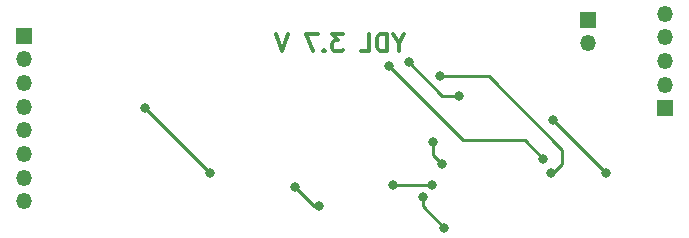
<source format=gbr>
G04 #@! TF.GenerationSoftware,KiCad,Pcbnew,5.1.5+dfsg1-2build2*
G04 #@! TF.CreationDate,2020-09-26T20:23:03-04:00*
G04 #@! TF.ProjectId,ece477,65636534-3737-42e6-9b69-6361645f7063,rev?*
G04 #@! TF.SameCoordinates,Original*
G04 #@! TF.FileFunction,Copper,L2,Bot*
G04 #@! TF.FilePolarity,Positive*
%FSLAX46Y46*%
G04 Gerber Fmt 4.6, Leading zero omitted, Abs format (unit mm)*
G04 Created by KiCad (PCBNEW 5.1.5+dfsg1-2build2) date 2020-09-26 20:23:03*
%MOMM*%
%LPD*%
G04 APERTURE LIST*
%ADD10C,0.300000*%
%ADD11R,1.350000X1.350000*%
%ADD12O,1.350000X1.350000*%
%ADD13C,0.800000*%
%ADD14C,0.250000*%
G04 APERTURE END LIST*
D10*
X122928571Y-109964285D02*
X122928571Y-110678571D01*
X123428571Y-109178571D02*
X122928571Y-109964285D01*
X122428571Y-109178571D01*
X121928571Y-110678571D02*
X121928571Y-109178571D01*
X121571428Y-109178571D01*
X121357142Y-109250000D01*
X121214285Y-109392857D01*
X121142857Y-109535714D01*
X121071428Y-109821428D01*
X121071428Y-110035714D01*
X121142857Y-110321428D01*
X121214285Y-110464285D01*
X121357142Y-110607142D01*
X121571428Y-110678571D01*
X121928571Y-110678571D01*
X119714285Y-110678571D02*
X120428571Y-110678571D01*
X120428571Y-109178571D01*
X118214285Y-109178571D02*
X117285714Y-109178571D01*
X117785714Y-109750000D01*
X117571428Y-109750000D01*
X117428571Y-109821428D01*
X117357142Y-109892857D01*
X117285714Y-110035714D01*
X117285714Y-110392857D01*
X117357142Y-110535714D01*
X117428571Y-110607142D01*
X117571428Y-110678571D01*
X118000000Y-110678571D01*
X118142857Y-110607142D01*
X118214285Y-110535714D01*
X116642857Y-110535714D02*
X116571428Y-110607142D01*
X116642857Y-110678571D01*
X116714285Y-110607142D01*
X116642857Y-110535714D01*
X116642857Y-110678571D01*
X116071428Y-109178571D02*
X115071428Y-109178571D01*
X115714285Y-110678571D01*
X113571428Y-109178571D02*
X113071428Y-110678571D01*
X112571428Y-109178571D01*
D11*
X145500000Y-115500000D03*
D12*
X145500000Y-113500000D03*
X145500000Y-111500000D03*
X145500000Y-109500000D03*
X145500000Y-107500000D03*
X139000000Y-110000000D03*
D11*
X139000000Y-108000000D03*
X91250000Y-109360000D03*
D12*
X91250000Y-111360000D03*
X91250000Y-113360000D03*
X91250000Y-115360000D03*
X91250000Y-117360000D03*
X91250000Y-119360000D03*
X91250000Y-121360000D03*
X91250000Y-123360000D03*
D13*
X101500000Y-115500000D03*
X107000000Y-121000000D03*
X136000000Y-116500000D03*
X140500000Y-121000000D03*
X122500000Y-122000000D03*
X125800000Y-122000000D03*
X114200000Y-122200000D03*
X116200000Y-123800000D03*
X125000000Y-123000000D03*
X126800000Y-125600000D03*
X128080000Y-114440000D03*
X125860000Y-118390000D03*
X126600000Y-120200000D03*
X123800000Y-111600000D03*
X122100000Y-111900000D03*
X135200000Y-119800000D03*
X126400000Y-112800000D03*
X135800000Y-121000000D03*
D14*
X101500000Y-115500000D02*
X107000000Y-121000000D01*
X107000000Y-121000000D02*
X107000000Y-121000000D01*
X136000000Y-116500000D02*
X140500000Y-121000000D01*
X140500000Y-121000000D02*
X140500000Y-121000000D01*
X122500000Y-122000000D02*
X125800000Y-122000000D01*
X125800000Y-122000000D02*
X125800000Y-122000000D01*
X114200000Y-122200000D02*
X115800000Y-123800000D01*
X115800000Y-123800000D02*
X116200000Y-123800000D01*
X116200000Y-123800000D02*
X116200000Y-123800000D01*
X125000000Y-123000000D02*
X125000000Y-123800000D01*
X125000000Y-123800000D02*
X126800000Y-125600000D01*
X126800000Y-125600000D02*
X126800000Y-125600000D01*
X128080000Y-114440000D02*
X128080000Y-114440000D01*
X125860000Y-118390000D02*
X125860000Y-118955685D01*
X125860000Y-118955685D02*
X125860000Y-119460000D01*
X125860000Y-119460000D02*
X126600000Y-120200000D01*
X126600000Y-120200000D02*
X126600000Y-120200000D01*
X126640000Y-114440000D02*
X128080000Y-114440000D01*
X123800000Y-111600000D02*
X126640000Y-114440000D01*
X122100000Y-111900000D02*
X128400000Y-118200000D01*
X128400000Y-118200000D02*
X131800000Y-118200000D01*
X131800000Y-118200000D02*
X133600000Y-118200000D01*
X133600000Y-118200000D02*
X135200000Y-119800000D01*
X135200000Y-119800000D02*
X135200000Y-119800000D01*
X136800000Y-120200000D02*
X136200000Y-120800000D01*
X136800000Y-119000000D02*
X136800000Y-120200000D01*
X130600000Y-112800000D02*
X136800000Y-119000000D01*
X126400000Y-112800000D02*
X130600000Y-112800000D01*
X136200000Y-120800000D02*
X136000000Y-120800000D01*
X136000000Y-120800000D02*
X135800000Y-121000000D01*
X135800000Y-121000000D02*
X135800000Y-121000000D01*
M02*

</source>
